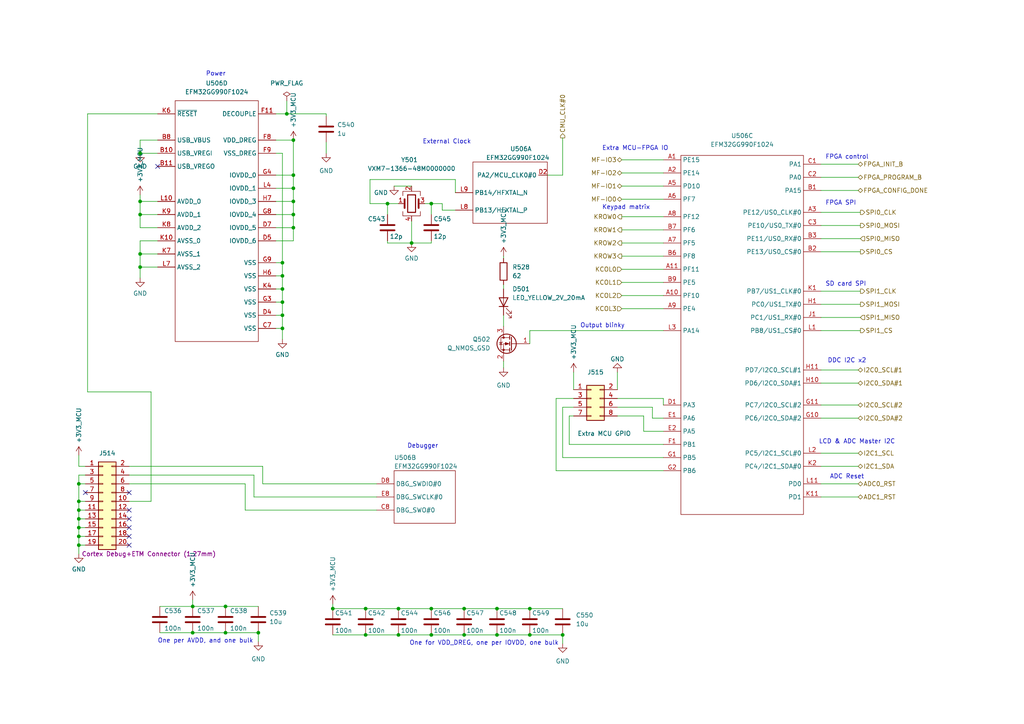
<source format=kicad_sch>
(kicad_sch (version 20211123) (generator eeschema)
  (paper "A4")
  (title_block (title "VGA Centrifuge") (date "2022-10-03") (rev "R3") (comment 1 "Author: Håvard Krogstie") (comment 2 "MCU interfaces"))
  (junction (at 144.145 176.53))
  (junction (at 85.09 66.04))
  (junction (at 65.405 175.895))
  (junction (at 55.88 175.895))
  (junction (at 81.915 95.25))
  (junction (at 65.405 183.515))
  (junction (at 22.86 147.955))
  (junction (at 115.57 176.53))
  (junction (at 83.185 33.02))
  (junction (at 40.64 77.47))
  (junction (at 85.09 62.23))
  (junction (at 134.62 184.15))
  (junction (at 85.09 54.61))
  (junction (at 85.09 50.8))
  (junction (at 40.64 73.66))
  (junction (at 22.86 150.495))
  (junction (at 119.38 70.485))
  (junction (at 81.915 76.2))
  (junction (at 96.52 176.53))
  (junction (at 22.86 158.115))
  (junction (at 22.86 153.035))
  (junction (at 22.86 145.415))
  (junction (at 81.915 80.01))
  (junction (at 112.395 59.055))
  (junction (at 40.64 44.45))
  (junction (at 81.915 83.82))
  (junction (at 74.93 183.515))
  (junction (at 81.915 87.63))
  (junction (at 115.57 184.15))
  (junction (at 85.09 40.64))
  (junction (at 144.145 184.15))
  (junction (at 134.62 176.53))
  (junction (at 40.64 58.42))
  (junction (at 125.095 59.055))
  (junction (at 153.67 184.15))
  (junction (at 85.09 58.42))
  (junction (at 163.195 184.15))
  (junction (at 106.045 176.53))
  (junction (at 106.045 184.15))
  (junction (at 22.86 140.335))
  (junction (at 55.88 183.515))
  (junction (at 153.67 176.53))
  (junction (at 81.915 91.44))
  (junction (at 22.86 155.575))
  (junction (at 125.095 184.15))
  (junction (at 40.64 62.23))
  (junction (at 125.095 176.53))
  (no_connect (at 37.465 150.495))
  (no_connect (at 37.465 153.035))
  (no_connect (at 37.465 155.575))
  (no_connect (at 37.465 158.115))
  (no_connect (at 37.465 147.955))
  (no_connect (at 37.465 142.875))
  (no_connect (at 45.72 48.26))
  (no_connect (at 24.765 142.875))
  (wire (pts (xy 81.915 83.82) (xy 81.915 87.63)))
  (wire (pts (xy 24.765 135.255) (xy 22.86 135.255)))
  (wire (pts (xy 238.125 144.145) (xy 248.92 144.145)))
  (wire (pts (xy 40.64 66.04) (xy 45.72 66.04)))
  (wire (pts (xy 146.05 91.44) (xy 146.05 94.615)))
  (wire (pts (xy 132.08 52.07) (xy 107.315 52.07)))
  (wire (pts (xy 40.64 73.66) (xy 40.64 77.47)))
  (wire (pts (xy 45.72 44.45) (xy 40.64 44.45)))
  (wire (pts (xy 76.2 140.335) (xy 109.22 140.335)))
  (wire (pts (xy 180.34 62.865) (xy 192.405 62.865)))
  (wire (pts (xy 81.915 87.63) (xy 81.915 91.44)))
  (wire (pts (xy 163.195 132.715) (xy 163.195 118.11)))
  (wire (pts (xy 238.125 84.455) (xy 249.555 84.455)))
  (wire (pts (xy 22.86 153.035) (xy 22.86 155.575)))
  (wire (pts (xy 165.1 128.905) (xy 165.1 120.65)))
  (wire (pts (xy 40.64 62.23) (xy 40.64 66.04)))
  (wire (pts (xy 80.01 69.85) (xy 85.09 69.85)))
  (wire (pts (xy 107.315 59.055) (xy 112.395 59.055)))
  (wire (pts (xy 24.765 155.575) (xy 22.86 155.575)))
  (wire (pts (xy 186.69 120.65) (xy 179.07 120.65)))
  (wire (pts (xy 179.07 107.95) (xy 179.07 113.03)))
  (wire (pts (xy 125.095 184.15) (xy 134.62 184.15)))
  (wire (pts (xy 238.125 65.405) (xy 249.555 65.405)))
  (wire (pts (xy 80.01 44.45) (xy 81.915 44.45)))
  (wire (pts (xy 81.915 95.25) (xy 81.915 98.425)))
  (wire (pts (xy 189.23 118.11) (xy 179.07 118.11)))
  (wire (pts (xy 161.29 136.525) (xy 161.29 115.57)))
  (wire (pts (xy 24.765 158.115) (xy 22.86 158.115)))
  (wire (pts (xy 180.34 70.485) (xy 192.405 70.485)))
  (wire (pts (xy 45.72 40.64) (xy 40.64 40.64)))
  (wire (pts (xy 73.66 144.145) (xy 109.22 144.145)))
  (wire (pts (xy 40.64 58.42) (xy 45.72 58.42)))
  (wire (pts (xy 192.405 115.57) (xy 179.07 115.57)))
  (wire (pts (xy 55.88 183.515) (xy 65.405 183.515)))
  (wire (pts (xy 37.465 140.335) (xy 71.12 140.335)))
  (wire (pts (xy 40.64 73.66) (xy 45.72 73.66)))
  (wire (pts (xy 22.86 145.415) (xy 24.765 145.415)))
  (wire (pts (xy 128.27 59.055) (xy 125.095 59.055)))
  (wire (pts (xy 153.67 95.885) (xy 192.405 95.885)))
  (wire (pts (xy 163.195 50.8) (xy 163.195 40.005)))
  (wire (pts (xy 80.01 33.02) (xy 83.185 33.02)))
  (wire (pts (xy 85.09 50.8) (xy 85.09 40.64)))
  (wire (pts (xy 85.09 54.61) (xy 85.09 50.8)))
  (wire (pts (xy 106.045 184.15) (xy 115.57 184.15)))
  (wire (pts (xy 119.38 64.135) (xy 119.38 70.485)))
  (wire (pts (xy 112.395 70.485) (xy 119.38 70.485)))
  (wire (pts (xy 161.29 115.57) (xy 166.37 115.57)))
  (wire (pts (xy 115.57 176.53) (xy 125.095 176.53)))
  (wire (pts (xy 180.34 50.165) (xy 192.405 50.165)))
  (wire (pts (xy 238.125 107.315) (xy 248.92 107.315)))
  (wire (pts (xy 74.93 183.515) (xy 74.93 186.055)))
  (wire (pts (xy 238.125 140.335) (xy 248.92 140.335)))
  (wire (pts (xy 165.1 120.65) (xy 166.37 120.65)))
  (wire (pts (xy 115.57 184.15) (xy 125.095 184.15)))
  (wire (pts (xy 85.09 58.42) (xy 85.09 54.61)))
  (wire (pts (xy 134.62 184.15) (xy 144.145 184.15)))
  (wire (pts (xy 22.86 150.495) (xy 24.765 150.495)))
  (wire (pts (xy 238.125 55.245) (xy 248.92 55.245)))
  (wire (pts (xy 94.615 41.275) (xy 94.615 44.45)))
  (wire (pts (xy 85.09 66.04) (xy 85.09 62.23)))
  (wire (pts (xy 80.01 80.01) (xy 81.915 80.01)))
  (wire (pts (xy 24.765 137.795) (xy 22.86 137.795)))
  (wire (pts (xy 158.75 50.8) (xy 163.195 50.8)))
  (wire (pts (xy 144.145 176.53) (xy 153.67 176.53)))
  (wire (pts (xy 80.01 54.61) (xy 85.09 54.61)))
  (wire (pts (xy 25.4 113.665) (xy 25.4 33.02)))
  (wire (pts (xy 80.01 87.63) (xy 81.915 87.63)))
  (wire (pts (xy 106.045 176.53) (xy 115.57 176.53)))
  (wire (pts (xy 238.125 88.265) (xy 249.555 88.265)))
  (wire (pts (xy 163.195 184.15) (xy 163.195 186.69)))
  (wire (pts (xy 22.86 147.955) (xy 24.765 147.955)))
  (wire (pts (xy 40.64 40.64) (xy 40.64 44.45)))
  (wire (pts (xy 22.86 137.795) (xy 22.86 140.335)))
  (wire (pts (xy 192.405 125.095) (xy 186.69 125.095)))
  (wire (pts (xy 65.405 175.895) (xy 55.88 175.895)))
  (wire (pts (xy 146.05 104.775) (xy 146.05 106.68)))
  (wire (pts (xy 40.64 58.42) (xy 40.64 56.515)))
  (wire (pts (xy 43.815 113.665) (xy 25.4 113.665)))
  (wire (pts (xy 112.395 59.055) (xy 112.395 62.23)))
  (wire (pts (xy 80.01 50.8) (xy 85.09 50.8)))
  (wire (pts (xy 125.095 176.53) (xy 134.62 176.53)))
  (wire (pts (xy 73.66 137.795) (xy 73.66 144.145)))
  (wire (pts (xy 180.34 74.295) (xy 192.405 74.295)))
  (wire (pts (xy 71.12 147.955) (xy 109.22 147.955)))
  (wire (pts (xy 65.405 175.895) (xy 74.93 175.895)))
  (wire (pts (xy 134.62 176.53) (xy 144.145 176.53)))
  (wire (pts (xy 180.34 57.785) (xy 192.405 57.785)))
  (wire (pts (xy 22.86 147.955) (xy 22.86 150.495)))
  (wire (pts (xy 125.095 70.485) (xy 119.38 70.485)))
  (wire (pts (xy 22.86 153.035) (xy 24.765 153.035)))
  (wire (pts (xy 192.405 136.525) (xy 161.29 136.525)))
  (wire (pts (xy 45.72 62.23) (xy 40.64 62.23)))
  (wire (pts (xy 238.125 92.075) (xy 249.555 92.075)))
  (wire (pts (xy 45.72 69.85) (xy 40.64 69.85)))
  (wire (pts (xy 22.86 145.415) (xy 22.86 147.955)))
  (wire (pts (xy 96.52 176.53) (xy 106.045 176.53)))
  (wire (pts (xy 80.01 76.2) (xy 81.915 76.2)))
  (wire (pts (xy 22.86 158.115) (xy 22.86 160.655)))
  (wire (pts (xy 107.315 52.07) (xy 107.315 59.055)))
  (wire (pts (xy 189.23 121.285) (xy 189.23 118.11)))
  (wire (pts (xy 192.405 121.285) (xy 189.23 121.285)))
  (wire (pts (xy 238.125 51.435) (xy 248.92 51.435)))
  (wire (pts (xy 238.125 131.445) (xy 248.92 131.445)))
  (wire (pts (xy 238.125 73.025) (xy 249.555 73.025)))
  (wire (pts (xy 238.125 135.255) (xy 248.92 135.255)))
  (wire (pts (xy 37.465 145.415) (xy 43.815 145.415)))
  (wire (pts (xy 112.395 69.85) (xy 112.395 70.485)))
  (wire (pts (xy 96.52 175.26) (xy 96.52 176.53)))
  (wire (pts (xy 146.05 82.55) (xy 146.05 83.82)))
  (wire (pts (xy 80.01 58.42) (xy 85.09 58.42)))
  (wire (pts (xy 238.125 111.125) (xy 248.92 111.125)))
  (wire (pts (xy 238.125 121.285) (xy 248.92 121.285)))
  (wire (pts (xy 180.34 53.975) (xy 192.405 53.975)))
  (wire (pts (xy 163.195 118.11) (xy 166.37 118.11)))
  (wire (pts (xy 180.34 81.915) (xy 192.405 81.915)))
  (wire (pts (xy 37.465 137.795) (xy 73.66 137.795)))
  (wire (pts (xy 125.095 59.055) (xy 125.095 62.23)))
  (wire (pts (xy 180.34 89.535) (xy 192.405 89.535)))
  (wire (pts (xy 40.64 69.85) (xy 40.64 73.66)))
  (wire (pts (xy 166.37 107.95) (xy 166.37 113.03)))
  (wire (pts (xy 22.86 140.335) (xy 22.86 145.415)))
  (wire (pts (xy 80.01 83.82) (xy 81.915 83.82)))
  (wire (pts (xy 22.86 135.255) (xy 22.86 132.08)))
  (wire (pts (xy 186.69 125.095) (xy 186.69 120.65)))
  (wire (pts (xy 80.01 95.25) (xy 81.915 95.25)))
  (wire (pts (xy 153.67 176.53) (xy 163.195 176.53)))
  (wire (pts (xy 238.125 61.595) (xy 249.555 61.595)))
  (wire (pts (xy 22.86 140.335) (xy 24.765 140.335)))
  (wire (pts (xy 46.355 175.895) (xy 55.88 175.895)))
  (wire (pts (xy 238.125 95.885) (xy 249.555 95.885)))
  (wire (pts (xy 40.64 58.42) (xy 40.64 62.23)))
  (wire (pts (xy 192.405 132.715) (xy 163.195 132.715)))
  (wire (pts (xy 71.12 140.335) (xy 71.12 147.955)))
  (wire (pts (xy 55.88 173.99) (xy 55.88 175.895)))
  (wire (pts (xy 80.01 91.44) (xy 81.915 91.44)))
  (wire (pts (xy 180.34 85.725) (xy 192.405 85.725)))
  (wire (pts (xy 46.355 183.515) (xy 55.88 183.515)))
  (wire (pts (xy 83.185 33.02) (xy 94.615 33.02)))
  (wire (pts (xy 40.64 77.47) (xy 40.64 80.645)))
  (wire (pts (xy 192.405 128.905) (xy 165.1 128.905)))
  (wire (pts (xy 22.86 150.495) (xy 22.86 153.035)))
  (wire (pts (xy 65.405 183.515) (xy 74.93 183.515)))
  (wire (pts (xy 153.67 184.15) (xy 163.195 184.15)))
  (wire (pts (xy 40.64 77.47) (xy 45.72 77.47)))
  (wire (pts (xy 94.615 33.02) (xy 94.615 33.655)))
  (wire (pts (xy 81.915 80.01) (xy 81.915 83.82)))
  (wire (pts (xy 112.395 59.055) (xy 115.57 59.055)))
  (wire (pts (xy 80.01 62.23) (xy 85.09 62.23)))
  (wire (pts (xy 43.815 145.415) (xy 43.815 113.665)))
  (wire (pts (xy 132.08 60.96) (xy 128.27 60.96)))
  (wire (pts (xy 83.185 29.21) (xy 83.185 33.02)))
  (wire (pts (xy 114.3 53.975) (xy 119.38 53.975)))
  (wire (pts (xy 22.86 155.575) (xy 22.86 158.115)))
  (wire (pts (xy 85.09 62.23) (xy 85.09 58.42)))
  (wire (pts (xy 125.095 69.85) (xy 125.095 70.485)))
  (wire (pts (xy 153.67 95.885) (xy 153.67 99.695)))
  (wire (pts (xy 85.09 69.85) (xy 85.09 66.04)))
  (wire (pts (xy 81.915 76.2) (xy 81.915 80.01)))
  (wire (pts (xy 132.08 55.88) (xy 132.08 52.07)))
  (wire (pts (xy 238.125 117.475) (xy 248.92 117.475)))
  (wire (pts (xy 25.4 33.02) (xy 45.72 33.02)))
  (wire (pts (xy 238.125 69.215) (xy 249.555 69.215)))
  (wire (pts (xy 192.405 117.475) (xy 192.405 115.57)))
  (wire (pts (xy 81.915 44.45) (xy 81.915 76.2)))
  (wire (pts (xy 37.465 135.255) (xy 76.2 135.255)))
  (wire (pts (xy 81.915 91.44) (xy 81.915 95.25)))
  (wire (pts (xy 238.125 47.625) (xy 248.92 47.625)))
  (wire (pts (xy 146.05 74.295) (xy 146.05 74.93)))
  (wire (pts (xy 80.01 66.04) (xy 85.09 66.04)))
  (wire (pts (xy 180.34 66.675) (xy 192.405 66.675)))
  (wire (pts (xy 125.095 59.055) (xy 123.19 59.055)))
  (wire (pts (xy 180.34 46.355) (xy 192.405 46.355)))
  (wire (pts (xy 80.01 40.64) (xy 85.09 40.64)))
  (wire (pts (xy 96.52 184.15) (xy 106.045 184.15)))
  (wire (pts (xy 180.34 78.105) (xy 192.405 78.105)))
  (wire (pts (xy 76.2 135.255) (xy 76.2 140.335)))
  (wire (pts (xy 144.145 184.15) (xy 153.67 184.15)))
  (wire (pts (xy 128.27 60.96) (xy 128.27 59.055)))
  (text "External Clock" (at 122.555 41.91 0) (effects (font (size 1.27 1.27)) (justify left bottom)))
  (text "Extra MCU-FPGA IO" (at 174.625 43.815 0) (effects (font (size 1.27 1.27)) (justify left bottom)))
  (text "Keypad matrix" (at 174.625 60.96 0) (effects (font (size 1.27 1.27)) (justify left bottom)))
  (text "FPGA SPI" (at 239.395 59.69 0) (effects (font (size 1.27 1.27)) (justify left bottom)))
  (text "Debugger" (at 118.11 130.175 0) (effects (font (size 1.27 1.27)) (justify left bottom)))
  (text "Output blinky" (at 168.275 95.25 0) (effects (font (size 1.27 1.27)) (justify left bottom)))
  (text "SD card SPI" (at 239.395 83.185 0) (effects (font (size 1.27 1.27)) (justify left bottom)))
  (text "One per AVDD, and one bulk\n" (at 45.72 186.69 0) (effects (font (size 1.27 1.27)) (justify left bottom)))
  (text "DDC I2C x2" (at 240.03 105.41 0) (effects (font (size 1.27 1.27)) (justify left bottom)))
  (text "LCD & ADC Master I2C" (at 237.49 128.905 0) (effects (font (size 1.27 1.27)) (justify left bottom)))
  (text "ADC Reset" (at 240.665 139.065 0) (effects (font (size 1.27 1.27)) (justify left bottom)))
  (text "One for VDD_DREG, one per IOVDD, one bulk\n" (at 118.745 187.325 0) (effects (font (size 1.27 1.27)) (justify left bottom)))
  (text "FPGA control" (at 239.395 46.355 0) (effects (font (size 1.27 1.27)) (justify left bottom)))
  (text "Power" (at 59.69 22.225 0) (effects (font (size 1.27 1.27)) (justify left bottom)))
  (hierarchical_label "KROW3" (shape output) (at 180.34 74.295 180))
  (hierarchical_label "MF-IO1" (shape bidirectional) (at 180.34 53.975 180))
  (hierarchical_label "SPI0_CS" (shape output) (at 249.555 73.025 0))
  (hierarchical_label "KCOL3" (shape input) (at 180.34 89.535 180))
  (hierarchical_label "I2C0_SDA#2" (shape bidirectional) (at 248.92 121.285 0))
  (hierarchical_label "SPI0_MOSI" (shape output) (at 249.555 65.405 0))
  (hierarchical_label "SPI1_CLK" (shape output) (at 249.555 84.455 0))
  (hierarchical_label "I2C1_SCL" (shape bidirectional) (at 248.92 131.445 0))
  (hierarchical_label "KROW2" (shape output) (at 180.34 70.485 180))
  (hierarchical_label "MF-IO2" (shape bidirectional) (at 180.34 50.165 180))
  (hierarchical_label "KCOL1" (shape input) (at 180.34 81.915 180))
  (hierarchical_label "I2C1_SDA" (shape bidirectional) (at 248.92 135.255 0))
  (hierarchical_label "SPI1_MOSI" (shape output) (at 249.555 88.265 0))
  (hierarchical_label "FPGA_CONFIG_DONE" (shape bidirectional) (at 248.92 55.245 0))
  (hierarchical_label "SPI0_CLK" (shape output) (at 249.555 61.595 0))
  (hierarchical_label "SPI0_MISO" (shape input) (at 249.555 69.215 0))
  (hierarchical_label "KCOL0" (shape input) (at 180.34 78.105 180))
  (hierarchical_label "KROW0" (shape output) (at 180.34 62.865 180))
  (hierarchical_label "ADC1_RST" (shape bidirectional) (at 248.92 144.145 0))
  (hierarchical_label "MF-IO0" (shape bidirectional) (at 180.34 57.785 180))
  (hierarchical_label "I2C0_SDA#1" (shape bidirectional) (at 248.92 111.125 0))
  (hierarchical_label "MF-IO3" (shape bidirectional) (at 180.34 46.355 180))
  (hierarchical_label "I2C0_SCL#1" (shape bidirectional) (at 248.92 107.315 0))
  (hierarchical_label "FPGA_PROGRAM_B" (shape bidirectional) (at 248.92 51.435 0))
  (hierarchical_label "KROW1" (shape output) (at 180.34 66.675 180))
  (hierarchical_label "FPGA_INIT_B" (shape bidirectional) (at 248.92 47.625 0))
  (hierarchical_label "ADC0_RST" (shape bidirectional) (at 248.92 140.335 0))
  (hierarchical_label "SPI1_CS" (shape output) (at 249.555 95.885 0))
  (hierarchical_label "CMU_CLK#0" (shape output) (at 163.195 40.005 90))
  (hierarchical_label "KCOL2" (shape input) (at 180.34 85.725 180))
  (hierarchical_label "I2C0_SCL#2" (shape bidirectional) (at 248.92 117.475 0))
  (hierarchical_label "SPI1_MISO" (shape input) (at 249.555 92.075 0))
  (symbol (lib_name "EFM32GG990F1024_2") (lib_id "mcu_centrifuge_library:EFM32GG990F1024") (at 123.19 144.145 0) (unit 2)
    (property "Reference" "U506" (at 114.3 132.715 0) (effects (justify left)))
    (property "Value" "EFM32GG990F1024" (at 114.3 135.255 0) (effects (justify left)))
    (property "Footprint" "centrifuge_mcu:BGA-112_9.0x9.0mm_Layout11x11_P0.8mm_Ball0.4mm_Pad0.35mm_NSMD" (effects hide))
  )
  (symbol (lib_id "power:GND") (at 22.86 160.655 0) (unit 1)
    (property "Reference" "#PWR0523" (effects hide))
    (property "Value" "GND" (at 22.86 165.1 0))
  )
  (symbol (lib_id "power:GND") (at 163.195 186.69 0) (unit 1)
    (property "Reference" "#PWR0537" (effects hide))
    (property "Value" "GND" (at 163.195 191.77 0))
  )
  (symbol (lib_id "Device:C") (at 153.67 180.34 0) (unit 1)
    (property "Reference" "C549" (at 154.305 177.8 0) (effects (justify left)))
    (property "Value" "100n" (at 154.305 182.88 0) (effects (justify left)))
    (property "Footprint" "Capacitor_SMD:C_0805_2012Metric_Pad1.18x1.45mm_HandSolder" (effects hide))
    (property "Purchase" "https://www.digikey.no/no/products/detail/taiyo-yuden/LMF212B7104KGHT/10379109" (effects hide))
  )
  (symbol (lib_id "centrifuge_symbols:+3V3_MCU") (at 40.64 56.515 0) (unit 1)
    (property "Reference" "#PWR0525" (effects hide))
    (property "Value" "+3V3_MCU" (at 40.64 52.959 90) (effects (justify left)))
  )
  (symbol (lib_id "power:GND") (at 179.07 107.95 0) (mirror x) (unit 1)
    (property "Reference" "#PWR0539" (effects hide))
    (property "Value" "GND" (at 179.07 104.14 0))
  )
  (symbol (lib_id "Device:Crystal_GND24") (at 119.38 59.055 0) (unit 1)
    (property "Reference" "Y501" (at 118.745 46.355 0))
    (property "Value" "VXM7-1366-48M0000000" (at 119.38 48.895 0))
    (property "Footprint" "centrifuge_mcu:Crystal_SMD_TXC_7M-4Pin_3.2x2.5mm_TIGHT" (effects hide))
    (property "Purchase" "https://www.digikey.no/no/products/detail/microchip-technology/VXM7-1366-48M0000000/13175116?s=N4IgTCBcDaIGoA0CyB2AtARgMwDYdoBYAOJABnItJAF0BfIA" (effects hide))
  )
  (symbol (lib_id "centrifuge_symbols:+3V3_MCU") (at 166.37 107.95 0) (unit 1)
    (property "Reference" "#PWR0538" (effects hide))
    (property "Value" "+3V3_MCU" (at 166.37 104.394 90) (effects (justify left)))
  )
  (symbol (lib_id "Device:C") (at 163.195 180.34 0) (unit 1)
    (property "Reference" "C550" (at 167.005 178.4349 0) (effects (justify left)))
    (property "Value" "10u" (at 167.005 180.9749 0) (effects (justify left)))
    (property "Footprint" "Capacitor_SMD:C_0805_2012Metric_Pad1.18x1.45mm_HandSolder" (effects hide))
    (property "Purchase" "https://www.digikey.no/no/products/detail/yageo/CC0805MKX5R7BB106/5884266" (effects hide))
  )
  (symbol (lib_id "power:GND") (at 40.64 80.645 0) (unit 1)
    (property "Reference" "#PWR0526" (effects hide))
    (property "Value" "GND" (at 40.64 85.09 0))
  )
  (symbol (lib_id "centrifuge_symbols:+3V3_MCU") (at 22.86 132.08 0) (unit 1)
    (property "Reference" "#PWR0522" (effects hide))
    (property "Value" "+3V3_MCU" (at 22.86 128.524 90) (effects (justify left)))
  )
  (symbol (lib_id "Device:C") (at 115.57 180.34 0) (unit 1)
    (property "Reference" "C544" (at 116.205 177.8 0) (effects (justify left)))
    (property "Value" "100n" (at 116.205 182.88 0) (effects (justify left)))
    (property "Footprint" "Capacitor_SMD:C_0805_2012Metric_Pad1.18x1.45mm_HandSolder" (effects hide))
    (property "Purchase" "https://www.digikey.no/no/products/detail/taiyo-yuden/LMF212B7104KGHT/10379109" (effects hide))
  )
  (symbol (lib_id "Connector_Generic:Conn_02x10_Odd_Even") (at 29.845 145.415 0) (unit 1)
    (property "Reference" "J514" (at 31.115 131.445 0))
    (property "Value" "DEBUG" (effects hide))
    (property "Footprint" "Connector_PinHeader_1.27mm:PinHeader_2x10_P1.27mm_Vertical" (effects hide))
    (property "Size" "Cortex Debug+ETM Connector (1.27mm)" (at 43.18 160.655 0))
  )
  (symbol (lib_id "Device:C") (at 96.52 180.34 0) (unit 1)
    (property "Reference" "C541" (at 97.155 177.8 0) (effects (justify left)))
    (property "Value" "100n" (at 97.155 182.88 0) (effects (justify left)))
    (property "Footprint" "Capacitor_SMD:C_0805_2012Metric_Pad1.18x1.45mm_HandSolder" (effects hide))
    (property "Purchase" "https://www.digikey.no/no/products/detail/taiyo-yuden/LMF212B7104KGHT/10379109" (effects hide))
  )
  (symbol (lib_id "power:GND") (at 74.93 186.055 0) (unit 1)
    (property "Reference" "#PWR0528" (effects hide))
    (property "Value" "GND" (at 74.93 191.135 0))
  )
  (symbol (lib_id "power:GND") (at 94.615 44.45 0) (unit 1)
    (property "Reference" "#PWR0531" (effects hide))
    (property "Value" "GND" (at 94.615 49.53 0))
  )
  (symbol (lib_id "Device:C") (at 65.405 179.705 0) (unit 1)
    (property "Reference" "C538" (at 66.675 177.165 0) (effects (justify left)))
    (property "Value" "100n" (at 66.675 182.245 0) (effects (justify left)))
    (property "Footprint" "Capacitor_SMD:C_0805_2012Metric_Pad1.18x1.45mm_HandSolder" (effects hide))
    (property "Purchase" "https://www.digikey.no/no/products/detail/taiyo-yuden/LMF212B7104KGHT/10379109" (effects hide))
  )
  (symbol (lib_id "power:PWR_FLAG") (at 83.185 29.21 0) (unit 1)
    (property "Reference" "#FLG0508" (effects hide))
    (property "Value" "PWR_FLAG" (at 83.185 24.13 0))
  )
  (symbol (lib_id "power:GND") (at 40.64 44.45 0) (unit 1)
    (property "Reference" "#PWR0524" (effects hide))
    (property "Value" "GND" (at 40.64 48.26 0))
  )
  (symbol (lib_id "centrifuge_symbols:+3V3_MCU") (at 85.09 40.64 0) (unit 1)
    (property "Reference" "#PWR0530" (effects hide))
    (property "Value" "+3V3_MCU" (at 85.09 37.084 90) (effects (justify left)))
  )
  (symbol (lib_id "centrifuge_symbols:+3V3_MCU") (at 55.88 173.99 0) (unit 1)
    (property "Reference" "#PWR0527" (effects hide))
    (property "Value" "+3V3_MCU" (at 55.88 170.434 90) (effects (justify left)))
  )
  (symbol (lib_id "Device:C") (at 125.095 180.34 0) (unit 1)
    (property "Reference" "C546" (at 125.73 177.8 0) (effects (justify left)))
    (property "Value" "100n" (at 125.73 182.88 0) (effects (justify left)))
    (property "Footprint" "Capacitor_SMD:C_0805_2012Metric_Pad1.18x1.45mm_HandSolder" (effects hide))
    (property "Purchase" "https://www.digikey.no/no/products/detail/taiyo-yuden/LMF212B7104KGHT/10379109" (effects hide))
  )
  (symbol (lib_id "mcu_centrifuge_library:EFM32GG990F1024") (at 148.59 55.88 0) (unit 1)
    (property "Reference" "U506" (at 147.955 43.18 0) (effects (justify left)))
    (property "Value" "EFM32GG990F1024" (at 140.97 45.72 0) (effects (justify left)))
    (property "Footprint" "centrifuge_mcu:BGA-112_9.0x9.0mm_Layout11x11_P0.8mm_Ball0.4mm_Pad0.35mm_NSMD" (effects hide))
  )
  (symbol (lib_id "centrifuge_symbols:+3V3_MCU") (at 146.05 74.295 0) (unit 1)
    (property "Reference" "#PWR0535" (effects hide))
    (property "Value" "+3V3_MCU" (at 146.05 70.739 90) (effects (justify left)))
  )
  (symbol (lib_id "power:GND") (at 119.38 70.485 0) (unit 1)
    (property "Reference" "#PWR0534" (effects hide))
    (property "Value" "GND" (at 119.38 74.93 0))
  )
  (symbol (lib_id "Device:C") (at 55.88 179.705 0) (unit 1)
    (property "Reference" "C537" (at 57.15 177.165 0) (effects (justify left)))
    (property "Value" "100n" (at 57.15 182.245 0) (effects (justify left)))
    (property "Footprint" "Capacitor_SMD:C_0805_2012Metric_Pad1.18x1.45mm_HandSolder" (effects hide))
    (property "Purchase" "https://www.digikey.no/no/products/detail/taiyo-yuden/LMF212B7104KGHT/10379109" (effects hide))
  )
  (symbol (lib_id "Connector_Generic:Conn_02x04_Odd_Even") (at 171.45 115.57 0) (unit 1)
    (property "Reference" "J515" (at 172.72 107.95 0))
    (property "Value" "Extra MCU GPIO" (at 175.26 125.73 0))
    (property "Footprint" "Connector_PinHeader_2.54mm:PinHeader_2x04_P2.54mm_Vertical" (effects hide))
  )
  (symbol (lib_id "Device:C") (at 106.045 180.34 0) (unit 1)
    (property "Reference" "C542" (at 106.68 177.8 0) (effects (justify left)))
    (property "Value" "100n" (at 106.68 182.88 0) (effects (justify left)))
    (property "Footprint" "Capacitor_SMD:C_0805_2012Metric_Pad1.18x1.45mm_HandSolder" (effects hide))
    (property "Purchase" "https://www.digikey.no/no/products/detail/taiyo-yuden/LMF212B7104KGHT/10379109" (effects hide))
  )
  (symbol (lib_id "power:GND") (at 81.915 98.425 0) (unit 1)
    (property "Reference" "#PWR0529" (effects hide))
    (property "Value" "GND" (at 81.915 102.87 0))
  )
  (symbol (lib_id "Device:C") (at 74.93 179.705 0) (unit 1)
    (property "Reference" "C539" (at 78.105 177.7999 0) (effects (justify left)))
    (property "Value" "10u" (at 78.105 180.3399 0) (effects (justify left)))
    (property "Footprint" "Capacitor_SMD:C_0805_2012Metric_Pad1.18x1.45mm_HandSolder" (effects hide))
    (property "Purchase" "https://www.digikey.no/no/products/detail/yageo/CC0805MKX5R7BB106/5884266" (effects hide))
  )
  (symbol (lib_id "Device:C") (at 134.62 180.34 0) (unit 1)
    (property "Reference" "C547" (at 135.255 177.8 0) (effects (justify left)))
    (property "Value" "100n" (at 135.255 182.88 0) (effects (justify left)))
    (property "Footprint" "Capacitor_SMD:C_0805_2012Metric_Pad1.18x1.45mm_HandSolder" (effects hide))
    (property "Purchase" "https://www.digikey.no/no/products/detail/taiyo-yuden/LMF212B7104KGHT/10379109" (effects hide))
  )
  (symbol (lib_name "EFM32GG990F1024_1") (lib_id "mcu_centrifuge_library:EFM32GG990F1024") (at 64.77 66.04 0) (unit 4)
    (property "Reference" "U506" (at 62.865 24.13 0))
    (property "Value" "EFM32GG990F1024" (at 62.865 26.67 0))
    (property "Footprint" "centrifuge_mcu:BGA-112_9.0x9.0mm_Layout11x11_P0.8mm_Ball0.4mm_Pad0.35mm_NSMD" (effects hide))
  )
  (symbol (lib_id "power:GND") (at 146.05 106.68 0) (unit 1)
    (property "Reference" "#PWR0536" (effects hide))
    (property "Value" "GND" (at 146.05 111.76 0))
  )
  (symbol (lib_id "centrifuge_symbols:+3V3_MCU") (at 96.52 175.26 0) (unit 1)
    (property "Reference" "#PWR0532" (effects hide))
    (property "Value" "+3V3_MCU" (at 96.52 171.704 90) (effects (justify left)))
  )
  (symbol (lib_name "EFM32GG990F1024_3") (lib_id "mcu_centrifuge_library:EFM32GG990F1024") (at 215.265 97.155 0) (unit 3)
    (property "Reference" "U506" (at 215.265 39.37 0))
    (property "Value" "EFM32GG990F1024" (at 215.265 41.91 0))
    (property "Footprint" "centrifuge_mcu:BGA-112_9.0x9.0mm_Layout11x11_P0.8mm_Ball0.4mm_Pad0.35mm_NSMD" (effects hide))
  )
  (symbol (lib_id "Device:C") (at 125.095 66.04 0) (unit 1)
    (property "Reference" "C545" (at 125.73 63.5 0) (effects (justify left)))
    (property "Value" "12p" (at 125.73 68.58 0) (effects (justify left)))
    (property "Footprint" "Capacitor_SMD:C_0805_2012Metric_Pad1.18x1.45mm_HandSolder" (effects hide))
    (property "Purchase" "https://www.digikey.no/no/products/detail/vishay-vitramon/VJ0805A120FXJCW1BC/8307136" (effects hide))
  )
  (symbol (lib_id "Device:C") (at 144.145 180.34 0) (unit 1)
    (property "Reference" "C548" (at 144.78 177.8 0) (effects (justify left)))
    (property "Value" "100n" (at 144.78 182.88 0) (effects (justify left)))
    (property "Footprint" "Capacitor_SMD:C_0805_2012Metric_Pad1.18x1.45mm_HandSolder" (effects hide))
    (property "Purchase" "https://www.digikey.no/no/products/detail/taiyo-yuden/LMF212B7104KGHT/10379109" (effects hide))
  )
  (symbol (lib_id "Device:C") (at 46.355 179.705 0) (unit 1)
    (property "Reference" "C536" (at 47.625 177.165 0) (effects (justify left)))
    (property "Value" "100n" (at 47.625 182.245 0) (effects (justify left)))
    (property "Footprint" "Capacitor_SMD:C_0805_2012Metric_Pad1.18x1.45mm_HandSolder" (effects hide))
    (property "Purchase" "https://www.digikey.no/no/products/detail/taiyo-yuden/LMF212B7104KGHT/10379109" (effects hide))
  )
  (symbol (lib_id "Device:LED") (at 146.05 87.63 90) (unit 1)
    (property "Reference" "D501" (at 148.59 83.82 90) (effects (justify right)))
    (property "Value" "LED_YELLOW_2V_20mA" (at 148.59 86.36 90) (effects (justify right)))
    (property "Footprint" "Diode_SMD:D_0805_2012Metric_Pad1.15x1.40mm_HandSolder" (effects hide))
    (property "Purchase" "https://www.digikey.no/no/products/detail/sunled/XZMYK54W-8/8259039" (effects hide))
  )
  (symbol (lib_id "Device:C") (at 112.395 66.04 0) (unit 1)
    (property "Reference" "C543" (at 106.68 63.5 0) (effects (justify left)))
    (property "Value" "12p" (at 113.03 68.58 0) (effects (justify left)))
    (property "Footprint" "Capacitor_SMD:C_0805_2012Metric_Pad1.18x1.45mm_HandSolder" (effects hide))
    (property "Purchase" "https://www.digikey.no/no/products/detail/vishay-vitramon/VJ0805A120FXJCW1BC/8307136" (effects hide))
  )
  (symbol (lib_id "Device:R") (at 146.05 78.74 0) (unit 1)
    (property "Reference" "R528" (at 148.59 77.4699 0) (effects (justify left)))
    (property "Value" "62" (at 148.59 80.0099 0) (effects (justify left)))
    (property "Footprint" "Resistor_SMD:R_0805_2012Metric_Pad1.20x1.40mm_HandSolder" (effects hide))
    (property "Purchase" "https://www.digikey.no/no/products/detail/yageo/AC0805FR-0762RL/5896938" (effects hide))
  )
  (symbol (lib_id "power:GND") (at 114.3 53.975 0) (unit 1)
    (property "Reference" "#PWR0533" (effects hide))
    (property "Value" "GND" (at 110.49 55.88 0))
  )
  (symbol (lib_id "Device:C") (at 94.615 37.465 180) (unit 1)
    (property "Reference" "C540" (at 97.79 36.1949 0) (effects (justify right)))
    (property "Value" "1u" (at 97.79 38.7349 0) (effects (justify right)))
    (property "Footprint" "Capacitor_SMD:C_0805_2012Metric_Pad1.18x1.45mm_HandSolder" (effects hide))
    (property "Purchase" "https://www.digikey.no/no/products/detail/kemet/C0805C105J4REC7800/8643700" (effects hide))
  )
  (symbol (lib_id "Device:Q_NMOS_GSD") (at 148.59 99.695 0) (mirror y) (unit 1)
    (property "Reference" "Q502" (at 142.24 98.4249 0) (effects (justify left)))
    (property "Value" "Q_NMOS_GSD" (at 142.24 100.9649 0) (effects (justify left)))
    (property "Footprint" "Package_TO_SOT_SMD:SOT-323_SC-70_Handsoldering" (effects hide))
    (property "Purchase" "https://www.digikey.no/no/products/detail/panjit-international-inc/PJC138K-AU-R1-000A1/14661065" (effects hide))
  )
)
</source>
